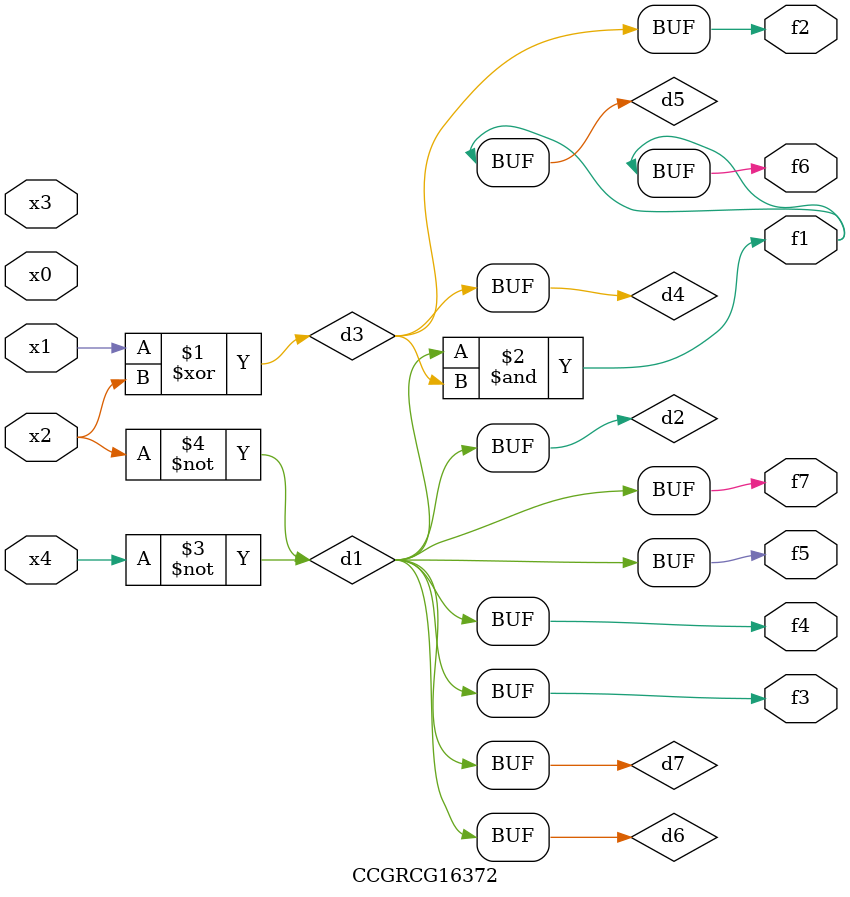
<source format=v>
module CCGRCG16372(
	input x0, x1, x2, x3, x4,
	output f1, f2, f3, f4, f5, f6, f7
);

	wire d1, d2, d3, d4, d5, d6, d7;

	not (d1, x4);
	not (d2, x2);
	xor (d3, x1, x2);
	buf (d4, d3);
	and (d5, d1, d3);
	buf (d6, d1, d2);
	buf (d7, d2);
	assign f1 = d5;
	assign f2 = d4;
	assign f3 = d7;
	assign f4 = d7;
	assign f5 = d7;
	assign f6 = d5;
	assign f7 = d7;
endmodule

</source>
